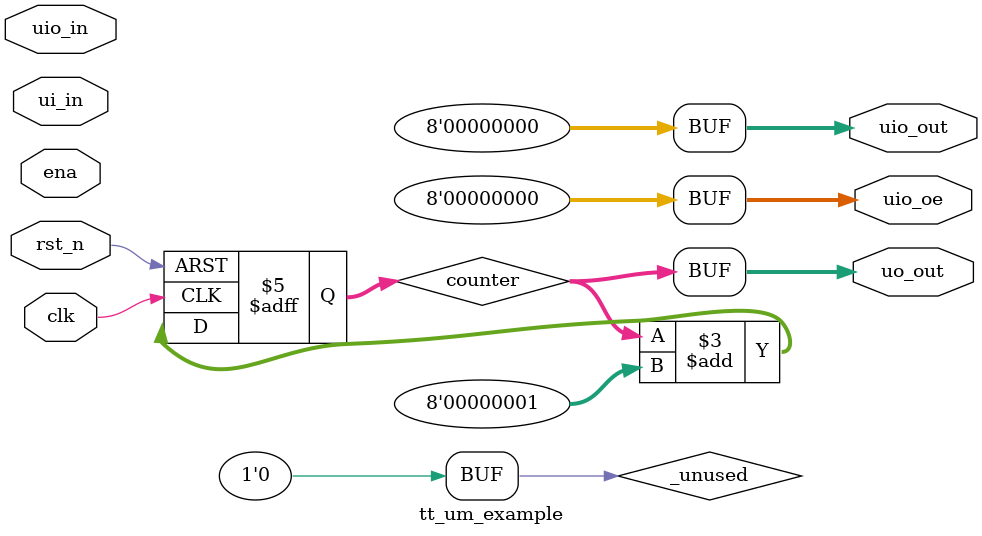
<source format=v>
/*
 * Copyright (c) 2024 Your Name
 * SPDX-License-Identifier: Apache-2.0
 */

`default_nettype none

module tt_um_example (
    input  wire [7:0] ui_in,    // Dedicated inputs
    output wire [7:0] uo_out,   // Dedicated outputs
    input  wire [7:0] uio_in,   // IOs: Input path
    output wire [7:0] uio_out,  // IOs: Output path
    output wire [7:0] uio_oe,   // IOs: Enable path (active high: 0=input, 1=output)
    input  wire       ena,      // always 1 when the design is powered, so you can ignore it
    input  wire       clk,      // clock
    input  wire       rst_n     // reset_n - low to reset
);
  //sets reg
  reg [7:0] counter;

  // All output pins must be assigned. If not used, assign to 0.
  //assign uo_out  = ui_in + uio_in;  // Example: ou_out is the sum of ui_in and uio_in
  always @(posedge clk or negedge rst_n) begin
    if (!rst_n)
      counter <= 8'd0;
    else
      counter <= counter + 8'd1;
  end

  assign uo_out  = counter;
  assign uio_out = 8'd0;
  assign uio_oe  = 8'd0;

  // List all unused inputs to prevent warnings
  wire _unused = &{ena, clk, rst_n, 1'b0};

endmodule

</source>
